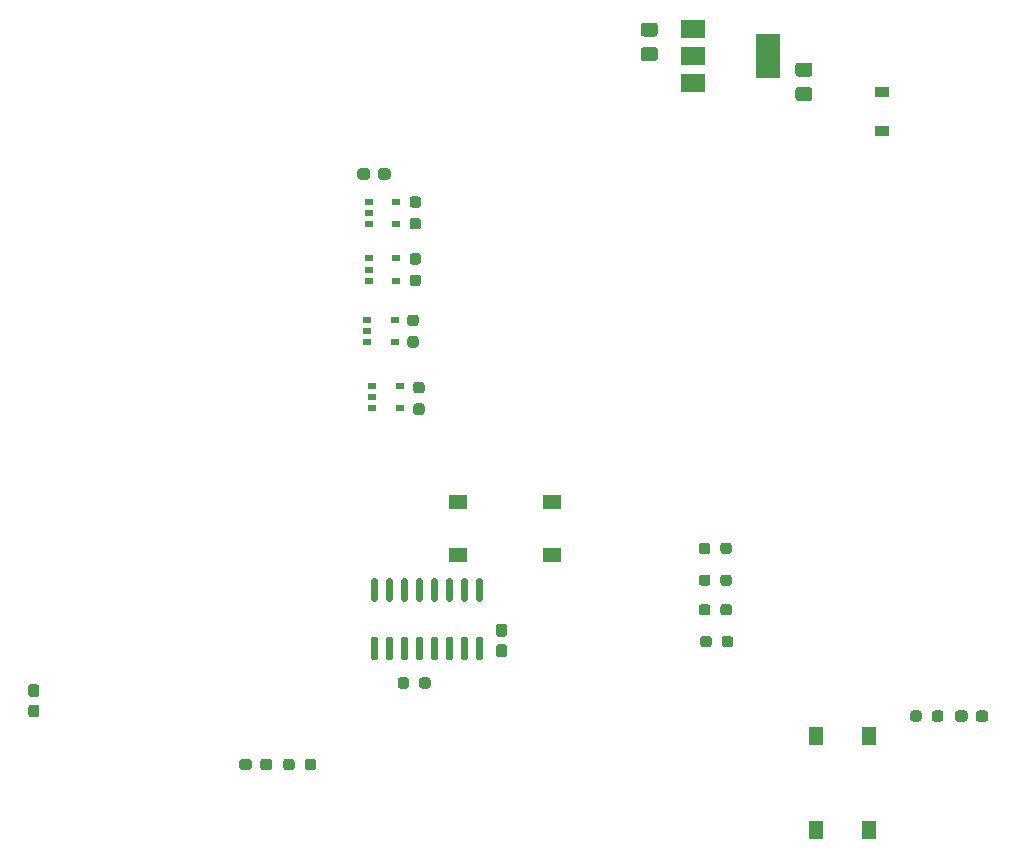
<source format=gbr>
G04 #@! TF.GenerationSoftware,KiCad,Pcbnew,(6.0.2)*
G04 #@! TF.CreationDate,2022-03-13T16:37:53-04:00*
G04 #@! TF.ProjectId,Receiver_Out,52656365-6976-4657-925f-4f75742e6b69,v1*
G04 #@! TF.SameCoordinates,Original*
G04 #@! TF.FileFunction,Paste,Top*
G04 #@! TF.FilePolarity,Positive*
%FSLAX46Y46*%
G04 Gerber Fmt 4.6, Leading zero omitted, Abs format (unit mm)*
G04 Created by KiCad (PCBNEW (6.0.2)) date 2022-03-13 16:37:53*
%MOMM*%
%LPD*%
G01*
G04 APERTURE LIST*
%ADD10R,1.200000X0.900000*%
%ADD11R,2.000000X1.500000*%
%ADD12R,2.000000X3.800000*%
%ADD13R,0.700000X0.510000*%
%ADD14R,1.300000X1.550000*%
%ADD15R,1.550000X1.300000*%
G04 APERTURE END LIST*
G36*
G01*
X111476000Y-89742800D02*
X110526000Y-89742800D01*
G75*
G02*
X110276000Y-89492800I0J250000D01*
G01*
X110276000Y-88817800D01*
G75*
G02*
X110526000Y-88567800I250000J0D01*
G01*
X111476000Y-88567800D01*
G75*
G02*
X111726000Y-88817800I0J-250000D01*
G01*
X111726000Y-89492800D01*
G75*
G02*
X111476000Y-89742800I-250000J0D01*
G01*
G37*
G36*
G01*
X111476000Y-87667800D02*
X110526000Y-87667800D01*
G75*
G02*
X110276000Y-87417800I0J250000D01*
G01*
X110276000Y-86742800D01*
G75*
G02*
X110526000Y-86492800I250000J0D01*
G01*
X111476000Y-86492800D01*
G75*
G02*
X111726000Y-86742800I0J-250000D01*
G01*
X111726000Y-87417800D01*
G75*
G02*
X111476000Y-87667800I-250000J0D01*
G01*
G37*
G36*
G01*
X98376000Y-86357800D02*
X97426000Y-86357800D01*
G75*
G02*
X97176000Y-86107800I0J250000D01*
G01*
X97176000Y-85432800D01*
G75*
G02*
X97426000Y-85182800I250000J0D01*
G01*
X98376000Y-85182800D01*
G75*
G02*
X98626000Y-85432800I0J-250000D01*
G01*
X98626000Y-86107800D01*
G75*
G02*
X98376000Y-86357800I-250000J0D01*
G01*
G37*
G36*
G01*
X98376000Y-84282800D02*
X97426000Y-84282800D01*
G75*
G02*
X97176000Y-84032800I0J250000D01*
G01*
X97176000Y-83357800D01*
G75*
G02*
X97426000Y-83107800I250000J0D01*
G01*
X98376000Y-83107800D01*
G75*
G02*
X98626000Y-83357800I0J-250000D01*
G01*
X98626000Y-84032800D01*
G75*
G02*
X98376000Y-84282800I-250000J0D01*
G01*
G37*
G36*
G01*
X120001000Y-142055300D02*
X120001000Y-141580300D01*
G75*
G02*
X120238500Y-141342800I237500J0D01*
G01*
X120738500Y-141342800D01*
G75*
G02*
X120976000Y-141580300I0J-237500D01*
G01*
X120976000Y-142055300D01*
G75*
G02*
X120738500Y-142292800I-237500J0D01*
G01*
X120238500Y-142292800D01*
G75*
G02*
X120001000Y-142055300I0J237500D01*
G01*
G37*
G36*
G01*
X121826000Y-142055300D02*
X121826000Y-141580300D01*
G75*
G02*
X122063500Y-141342800I237500J0D01*
G01*
X122563500Y-141342800D01*
G75*
G02*
X122801000Y-141580300I0J-237500D01*
G01*
X122801000Y-142055300D01*
G75*
G02*
X122563500Y-142292800I-237500J0D01*
G01*
X122063500Y-142292800D01*
G75*
G02*
X121826000Y-142055300I0J237500D01*
G01*
G37*
G36*
G01*
X123801000Y-142055300D02*
X123801000Y-141580300D01*
G75*
G02*
X124038500Y-141342800I237500J0D01*
G01*
X124613500Y-141342800D01*
G75*
G02*
X124851000Y-141580300I0J-237500D01*
G01*
X124851000Y-142055300D01*
G75*
G02*
X124613500Y-142292800I-237500J0D01*
G01*
X124038500Y-142292800D01*
G75*
G02*
X123801000Y-142055300I0J237500D01*
G01*
G37*
G36*
G01*
X125551000Y-142055300D02*
X125551000Y-141580300D01*
G75*
G02*
X125788500Y-141342800I237500J0D01*
G01*
X126363500Y-141342800D01*
G75*
G02*
X126601000Y-141580300I0J-237500D01*
G01*
X126601000Y-142055300D01*
G75*
G02*
X126363500Y-142292800I-237500J0D01*
G01*
X125788500Y-142292800D01*
G75*
G02*
X125551000Y-142055300I0J237500D01*
G01*
G37*
G36*
G01*
X102213500Y-135755300D02*
X102213500Y-135280300D01*
G75*
G02*
X102451000Y-135042800I237500J0D01*
G01*
X102951000Y-135042800D01*
G75*
G02*
X103188500Y-135280300I0J-237500D01*
G01*
X103188500Y-135755300D01*
G75*
G02*
X102951000Y-135992800I-237500J0D01*
G01*
X102451000Y-135992800D01*
G75*
G02*
X102213500Y-135755300I0J237500D01*
G01*
G37*
G36*
G01*
X104038500Y-135755300D02*
X104038500Y-135280300D01*
G75*
G02*
X104276000Y-135042800I237500J0D01*
G01*
X104776000Y-135042800D01*
G75*
G02*
X105013500Y-135280300I0J-237500D01*
G01*
X105013500Y-135755300D01*
G75*
G02*
X104776000Y-135992800I-237500J0D01*
G01*
X104276000Y-135992800D01*
G75*
G02*
X104038500Y-135755300I0J237500D01*
G01*
G37*
G36*
G01*
X102101000Y-133055300D02*
X102101000Y-132580300D01*
G75*
G02*
X102338500Y-132342800I237500J0D01*
G01*
X102838500Y-132342800D01*
G75*
G02*
X103076000Y-132580300I0J-237500D01*
G01*
X103076000Y-133055300D01*
G75*
G02*
X102838500Y-133292800I-237500J0D01*
G01*
X102338500Y-133292800D01*
G75*
G02*
X102101000Y-133055300I0J237500D01*
G01*
G37*
G36*
G01*
X103926000Y-133055300D02*
X103926000Y-132580300D01*
G75*
G02*
X104163500Y-132342800I237500J0D01*
G01*
X104663500Y-132342800D01*
G75*
G02*
X104901000Y-132580300I0J-237500D01*
G01*
X104901000Y-133055300D01*
G75*
G02*
X104663500Y-133292800I-237500J0D01*
G01*
X104163500Y-133292800D01*
G75*
G02*
X103926000Y-133055300I0J237500D01*
G01*
G37*
G36*
G01*
X102101000Y-130555300D02*
X102101000Y-130080300D01*
G75*
G02*
X102338500Y-129842800I237500J0D01*
G01*
X102838500Y-129842800D01*
G75*
G02*
X103076000Y-130080300I0J-237500D01*
G01*
X103076000Y-130555300D01*
G75*
G02*
X102838500Y-130792800I-237500J0D01*
G01*
X102338500Y-130792800D01*
G75*
G02*
X102101000Y-130555300I0J237500D01*
G01*
G37*
G36*
G01*
X103926000Y-130555300D02*
X103926000Y-130080300D01*
G75*
G02*
X104163500Y-129842800I237500J0D01*
G01*
X104663500Y-129842800D01*
G75*
G02*
X104901000Y-130080300I0J-237500D01*
G01*
X104901000Y-130555300D01*
G75*
G02*
X104663500Y-130792800I-237500J0D01*
G01*
X104163500Y-130792800D01*
G75*
G02*
X103926000Y-130555300I0J237500D01*
G01*
G37*
G36*
G01*
X102101000Y-127855300D02*
X102101000Y-127380300D01*
G75*
G02*
X102338500Y-127142800I237500J0D01*
G01*
X102838500Y-127142800D01*
G75*
G02*
X103076000Y-127380300I0J-237500D01*
G01*
X103076000Y-127855300D01*
G75*
G02*
X102838500Y-128092800I-237500J0D01*
G01*
X102338500Y-128092800D01*
G75*
G02*
X102101000Y-127855300I0J237500D01*
G01*
G37*
G36*
G01*
X103926000Y-127855300D02*
X103926000Y-127380300D01*
G75*
G02*
X104163500Y-127142800I237500J0D01*
G01*
X104663500Y-127142800D01*
G75*
G02*
X104901000Y-127380300I0J-237500D01*
G01*
X104901000Y-127855300D01*
G75*
G02*
X104663500Y-128092800I-237500J0D01*
G01*
X104163500Y-128092800D01*
G75*
G02*
X103926000Y-127855300I0J237500D01*
G01*
G37*
G36*
G01*
X83396000Y-130167800D02*
X83696000Y-130167800D01*
G75*
G02*
X83846000Y-130317800I0J-150000D01*
G01*
X83846000Y-131967800D01*
G75*
G02*
X83696000Y-132117800I-150000J0D01*
G01*
X83396000Y-132117800D01*
G75*
G02*
X83246000Y-131967800I0J150000D01*
G01*
X83246000Y-130317800D01*
G75*
G02*
X83396000Y-130167800I150000J0D01*
G01*
G37*
G36*
G01*
X82126000Y-130167800D02*
X82426000Y-130167800D01*
G75*
G02*
X82576000Y-130317800I0J-150000D01*
G01*
X82576000Y-131967800D01*
G75*
G02*
X82426000Y-132117800I-150000J0D01*
G01*
X82126000Y-132117800D01*
G75*
G02*
X81976000Y-131967800I0J150000D01*
G01*
X81976000Y-130317800D01*
G75*
G02*
X82126000Y-130167800I150000J0D01*
G01*
G37*
G36*
G01*
X80856000Y-130167800D02*
X81156000Y-130167800D01*
G75*
G02*
X81306000Y-130317800I0J-150000D01*
G01*
X81306000Y-131967800D01*
G75*
G02*
X81156000Y-132117800I-150000J0D01*
G01*
X80856000Y-132117800D01*
G75*
G02*
X80706000Y-131967800I0J150000D01*
G01*
X80706000Y-130317800D01*
G75*
G02*
X80856000Y-130167800I150000J0D01*
G01*
G37*
G36*
G01*
X79586000Y-130167800D02*
X79886000Y-130167800D01*
G75*
G02*
X80036000Y-130317800I0J-150000D01*
G01*
X80036000Y-131967800D01*
G75*
G02*
X79886000Y-132117800I-150000J0D01*
G01*
X79586000Y-132117800D01*
G75*
G02*
X79436000Y-131967800I0J150000D01*
G01*
X79436000Y-130317800D01*
G75*
G02*
X79586000Y-130167800I150000J0D01*
G01*
G37*
G36*
G01*
X78316000Y-130167800D02*
X78616000Y-130167800D01*
G75*
G02*
X78766000Y-130317800I0J-150000D01*
G01*
X78766000Y-131967800D01*
G75*
G02*
X78616000Y-132117800I-150000J0D01*
G01*
X78316000Y-132117800D01*
G75*
G02*
X78166000Y-131967800I0J150000D01*
G01*
X78166000Y-130317800D01*
G75*
G02*
X78316000Y-130167800I150000J0D01*
G01*
G37*
G36*
G01*
X77046000Y-130167800D02*
X77346000Y-130167800D01*
G75*
G02*
X77496000Y-130317800I0J-150000D01*
G01*
X77496000Y-131967800D01*
G75*
G02*
X77346000Y-132117800I-150000J0D01*
G01*
X77046000Y-132117800D01*
G75*
G02*
X76896000Y-131967800I0J150000D01*
G01*
X76896000Y-130317800D01*
G75*
G02*
X77046000Y-130167800I150000J0D01*
G01*
G37*
G36*
G01*
X75776000Y-130167800D02*
X76076000Y-130167800D01*
G75*
G02*
X76226000Y-130317800I0J-150000D01*
G01*
X76226000Y-131967800D01*
G75*
G02*
X76076000Y-132117800I-150000J0D01*
G01*
X75776000Y-132117800D01*
G75*
G02*
X75626000Y-131967800I0J150000D01*
G01*
X75626000Y-130317800D01*
G75*
G02*
X75776000Y-130167800I150000J0D01*
G01*
G37*
G36*
G01*
X74506000Y-130167800D02*
X74806000Y-130167800D01*
G75*
G02*
X74956000Y-130317800I0J-150000D01*
G01*
X74956000Y-131967800D01*
G75*
G02*
X74806000Y-132117800I-150000J0D01*
G01*
X74506000Y-132117800D01*
G75*
G02*
X74356000Y-131967800I0J150000D01*
G01*
X74356000Y-130317800D01*
G75*
G02*
X74506000Y-130167800I150000J0D01*
G01*
G37*
G36*
G01*
X74506000Y-135117800D02*
X74806000Y-135117800D01*
G75*
G02*
X74956000Y-135267800I0J-150000D01*
G01*
X74956000Y-136917800D01*
G75*
G02*
X74806000Y-137067800I-150000J0D01*
G01*
X74506000Y-137067800D01*
G75*
G02*
X74356000Y-136917800I0J150000D01*
G01*
X74356000Y-135267800D01*
G75*
G02*
X74506000Y-135117800I150000J0D01*
G01*
G37*
G36*
G01*
X75776000Y-135117800D02*
X76076000Y-135117800D01*
G75*
G02*
X76226000Y-135267800I0J-150000D01*
G01*
X76226000Y-136917800D01*
G75*
G02*
X76076000Y-137067800I-150000J0D01*
G01*
X75776000Y-137067800D01*
G75*
G02*
X75626000Y-136917800I0J150000D01*
G01*
X75626000Y-135267800D01*
G75*
G02*
X75776000Y-135117800I150000J0D01*
G01*
G37*
G36*
G01*
X77046000Y-135117800D02*
X77346000Y-135117800D01*
G75*
G02*
X77496000Y-135267800I0J-150000D01*
G01*
X77496000Y-136917800D01*
G75*
G02*
X77346000Y-137067800I-150000J0D01*
G01*
X77046000Y-137067800D01*
G75*
G02*
X76896000Y-136917800I0J150000D01*
G01*
X76896000Y-135267800D01*
G75*
G02*
X77046000Y-135117800I150000J0D01*
G01*
G37*
G36*
G01*
X78316000Y-135117800D02*
X78616000Y-135117800D01*
G75*
G02*
X78766000Y-135267800I0J-150000D01*
G01*
X78766000Y-136917800D01*
G75*
G02*
X78616000Y-137067800I-150000J0D01*
G01*
X78316000Y-137067800D01*
G75*
G02*
X78166000Y-136917800I0J150000D01*
G01*
X78166000Y-135267800D01*
G75*
G02*
X78316000Y-135117800I150000J0D01*
G01*
G37*
G36*
G01*
X79586000Y-135117800D02*
X79886000Y-135117800D01*
G75*
G02*
X80036000Y-135267800I0J-150000D01*
G01*
X80036000Y-136917800D01*
G75*
G02*
X79886000Y-137067800I-150000J0D01*
G01*
X79586000Y-137067800D01*
G75*
G02*
X79436000Y-136917800I0J150000D01*
G01*
X79436000Y-135267800D01*
G75*
G02*
X79586000Y-135117800I150000J0D01*
G01*
G37*
G36*
G01*
X80856000Y-135117800D02*
X81156000Y-135117800D01*
G75*
G02*
X81306000Y-135267800I0J-150000D01*
G01*
X81306000Y-136917800D01*
G75*
G02*
X81156000Y-137067800I-150000J0D01*
G01*
X80856000Y-137067800D01*
G75*
G02*
X80706000Y-136917800I0J150000D01*
G01*
X80706000Y-135267800D01*
G75*
G02*
X80856000Y-135117800I150000J0D01*
G01*
G37*
G36*
G01*
X82126000Y-135117800D02*
X82426000Y-135117800D01*
G75*
G02*
X82576000Y-135267800I0J-150000D01*
G01*
X82576000Y-136917800D01*
G75*
G02*
X82426000Y-137067800I-150000J0D01*
G01*
X82126000Y-137067800D01*
G75*
G02*
X81976000Y-136917800I0J150000D01*
G01*
X81976000Y-135267800D01*
G75*
G02*
X82126000Y-135117800I150000J0D01*
G01*
G37*
G36*
G01*
X83396000Y-135117800D02*
X83696000Y-135117800D01*
G75*
G02*
X83846000Y-135267800I0J-150000D01*
G01*
X83846000Y-136917800D01*
G75*
G02*
X83696000Y-137067800I-150000J0D01*
G01*
X83396000Y-137067800D01*
G75*
G02*
X83246000Y-136917800I0J150000D01*
G01*
X83246000Y-135267800D01*
G75*
G02*
X83396000Y-135117800I150000J0D01*
G01*
G37*
G36*
G01*
X76001000Y-95680300D02*
X76001000Y-96155300D01*
G75*
G02*
X75763500Y-96392800I-237500J0D01*
G01*
X75163500Y-96392800D01*
G75*
G02*
X74926000Y-96155300I0J237500D01*
G01*
X74926000Y-95680300D01*
G75*
G02*
X75163500Y-95442800I237500J0D01*
G01*
X75763500Y-95442800D01*
G75*
G02*
X76001000Y-95680300I0J-237500D01*
G01*
G37*
G36*
G01*
X74276000Y-95680300D02*
X74276000Y-96155300D01*
G75*
G02*
X74038500Y-96392800I-237500J0D01*
G01*
X73438500Y-96392800D01*
G75*
G02*
X73201000Y-96155300I0J237500D01*
G01*
X73201000Y-95680300D01*
G75*
G02*
X73438500Y-95442800I237500J0D01*
G01*
X74038500Y-95442800D01*
G75*
G02*
X74276000Y-95680300I0J-237500D01*
G01*
G37*
D10*
X117601000Y-88967800D03*
X117601000Y-92267800D03*
G36*
G01*
X78163500Y-113517800D02*
X78638500Y-113517800D01*
G75*
G02*
X78876000Y-113755300I0J-237500D01*
G01*
X78876000Y-114255300D01*
G75*
G02*
X78638500Y-114492800I-237500J0D01*
G01*
X78163500Y-114492800D01*
G75*
G02*
X77926000Y-114255300I0J237500D01*
G01*
X77926000Y-113755300D01*
G75*
G02*
X78163500Y-113517800I237500J0D01*
G01*
G37*
G36*
G01*
X78163500Y-115342800D02*
X78638500Y-115342800D01*
G75*
G02*
X78876000Y-115580300I0J-237500D01*
G01*
X78876000Y-116080300D01*
G75*
G02*
X78638500Y-116317800I-237500J0D01*
G01*
X78163500Y-116317800D01*
G75*
G02*
X77926000Y-116080300I0J237500D01*
G01*
X77926000Y-115580300D01*
G75*
G02*
X78163500Y-115342800I237500J0D01*
G01*
G37*
G36*
G01*
X77863500Y-102617800D02*
X78338500Y-102617800D01*
G75*
G02*
X78576000Y-102855300I0J-237500D01*
G01*
X78576000Y-103355300D01*
G75*
G02*
X78338500Y-103592800I-237500J0D01*
G01*
X77863500Y-103592800D01*
G75*
G02*
X77626000Y-103355300I0J237500D01*
G01*
X77626000Y-102855300D01*
G75*
G02*
X77863500Y-102617800I237500J0D01*
G01*
G37*
G36*
G01*
X77863500Y-104442800D02*
X78338500Y-104442800D01*
G75*
G02*
X78576000Y-104680300I0J-237500D01*
G01*
X78576000Y-105180300D01*
G75*
G02*
X78338500Y-105417800I-237500J0D01*
G01*
X77863500Y-105417800D01*
G75*
G02*
X77626000Y-105180300I0J237500D01*
G01*
X77626000Y-104680300D01*
G75*
G02*
X77863500Y-104442800I237500J0D01*
G01*
G37*
G36*
G01*
X77863500Y-97817800D02*
X78338500Y-97817800D01*
G75*
G02*
X78576000Y-98055300I0J-237500D01*
G01*
X78576000Y-98555300D01*
G75*
G02*
X78338500Y-98792800I-237500J0D01*
G01*
X77863500Y-98792800D01*
G75*
G02*
X77626000Y-98555300I0J237500D01*
G01*
X77626000Y-98055300D01*
G75*
G02*
X77863500Y-97817800I237500J0D01*
G01*
G37*
G36*
G01*
X77863500Y-99642800D02*
X78338500Y-99642800D01*
G75*
G02*
X78576000Y-99880300I0J-237500D01*
G01*
X78576000Y-100380300D01*
G75*
G02*
X78338500Y-100617800I-237500J0D01*
G01*
X77863500Y-100617800D01*
G75*
G02*
X77626000Y-100380300I0J237500D01*
G01*
X77626000Y-99880300D01*
G75*
G02*
X77863500Y-99642800I237500J0D01*
G01*
G37*
D11*
X101651000Y-83632800D03*
D12*
X107951000Y-85932800D03*
D11*
X101651000Y-85932800D03*
X101651000Y-88232800D03*
D13*
X74441000Y-113867800D03*
X74441000Y-114817800D03*
X74441000Y-115767800D03*
X76761000Y-115767800D03*
X76761000Y-113867800D03*
G36*
G01*
X85638500Y-136817800D02*
X85163500Y-136817800D01*
G75*
G02*
X84926000Y-136580300I0J237500D01*
G01*
X84926000Y-135980300D01*
G75*
G02*
X85163500Y-135742800I237500J0D01*
G01*
X85638500Y-135742800D01*
G75*
G02*
X85876000Y-135980300I0J-237500D01*
G01*
X85876000Y-136580300D01*
G75*
G02*
X85638500Y-136817800I-237500J0D01*
G01*
G37*
G36*
G01*
X85638500Y-135092800D02*
X85163500Y-135092800D01*
G75*
G02*
X84926000Y-134855300I0J237500D01*
G01*
X84926000Y-134255300D01*
G75*
G02*
X85163500Y-134017800I237500J0D01*
G01*
X85638500Y-134017800D01*
G75*
G02*
X85876000Y-134255300I0J-237500D01*
G01*
X85876000Y-134855300D01*
G75*
G02*
X85638500Y-135092800I-237500J0D01*
G01*
G37*
G36*
G01*
X77663500Y-107817800D02*
X78138500Y-107817800D01*
G75*
G02*
X78376000Y-108055300I0J-237500D01*
G01*
X78376000Y-108555300D01*
G75*
G02*
X78138500Y-108792800I-237500J0D01*
G01*
X77663500Y-108792800D01*
G75*
G02*
X77426000Y-108555300I0J237500D01*
G01*
X77426000Y-108055300D01*
G75*
G02*
X77663500Y-107817800I237500J0D01*
G01*
G37*
G36*
G01*
X77663500Y-109642800D02*
X78138500Y-109642800D01*
G75*
G02*
X78376000Y-109880300I0J-237500D01*
G01*
X78376000Y-110380300D01*
G75*
G02*
X78138500Y-110617800I-237500J0D01*
G01*
X77663500Y-110617800D01*
G75*
G02*
X77426000Y-110380300I0J237500D01*
G01*
X77426000Y-109880300D01*
G75*
G02*
X77663500Y-109642800I237500J0D01*
G01*
G37*
G36*
G01*
X76601000Y-139255300D02*
X76601000Y-138780300D01*
G75*
G02*
X76838500Y-138542800I237500J0D01*
G01*
X77338500Y-138542800D01*
G75*
G02*
X77576000Y-138780300I0J-237500D01*
G01*
X77576000Y-139255300D01*
G75*
G02*
X77338500Y-139492800I-237500J0D01*
G01*
X76838500Y-139492800D01*
G75*
G02*
X76601000Y-139255300I0J237500D01*
G01*
G37*
G36*
G01*
X78426000Y-139255300D02*
X78426000Y-138780300D01*
G75*
G02*
X78663500Y-138542800I237500J0D01*
G01*
X79163500Y-138542800D01*
G75*
G02*
X79401000Y-138780300I0J-237500D01*
G01*
X79401000Y-139255300D01*
G75*
G02*
X79163500Y-139492800I-237500J0D01*
G01*
X78663500Y-139492800D01*
G75*
G02*
X78426000Y-139255300I0J237500D01*
G01*
G37*
D14*
X112051000Y-143542800D03*
X112051000Y-151492800D03*
X116551000Y-151492800D03*
X116551000Y-143542800D03*
D15*
X89676000Y-123667800D03*
X81726000Y-123667800D03*
X81726000Y-128167800D03*
X89676000Y-128167800D03*
D13*
X74041000Y-108267800D03*
X74041000Y-109217800D03*
X74041000Y-110167800D03*
X76361000Y-110167800D03*
X76361000Y-108267800D03*
G36*
G01*
X66001000Y-145680300D02*
X66001000Y-146155300D01*
G75*
G02*
X65763500Y-146392800I-237500J0D01*
G01*
X65188500Y-146392800D01*
G75*
G02*
X64951000Y-146155300I0J237500D01*
G01*
X64951000Y-145680300D01*
G75*
G02*
X65188500Y-145442800I237500J0D01*
G01*
X65763500Y-145442800D01*
G75*
G02*
X66001000Y-145680300I0J-237500D01*
G01*
G37*
G36*
G01*
X64251000Y-145680300D02*
X64251000Y-146155300D01*
G75*
G02*
X64013500Y-146392800I-237500J0D01*
G01*
X63438500Y-146392800D01*
G75*
G02*
X63201000Y-146155300I0J237500D01*
G01*
X63201000Y-145680300D01*
G75*
G02*
X63438500Y-145442800I237500J0D01*
G01*
X64013500Y-145442800D01*
G75*
G02*
X64251000Y-145680300I0J-237500D01*
G01*
G37*
G36*
G01*
X66901000Y-146155300D02*
X66901000Y-145680300D01*
G75*
G02*
X67138500Y-145442800I237500J0D01*
G01*
X67638500Y-145442800D01*
G75*
G02*
X67876000Y-145680300I0J-237500D01*
G01*
X67876000Y-146155300D01*
G75*
G02*
X67638500Y-146392800I-237500J0D01*
G01*
X67138500Y-146392800D01*
G75*
G02*
X66901000Y-146155300I0J237500D01*
G01*
G37*
G36*
G01*
X68726000Y-146155300D02*
X68726000Y-145680300D01*
G75*
G02*
X68963500Y-145442800I237500J0D01*
G01*
X69463500Y-145442800D01*
G75*
G02*
X69701000Y-145680300I0J-237500D01*
G01*
X69701000Y-146155300D01*
G75*
G02*
X69463500Y-146392800I-237500J0D01*
G01*
X68963500Y-146392800D01*
G75*
G02*
X68726000Y-146155300I0J237500D01*
G01*
G37*
X74141000Y-98267800D03*
X74141000Y-99217800D03*
X74141000Y-100167800D03*
X76461000Y-100167800D03*
X76461000Y-98267800D03*
G36*
G01*
X45563500Y-139117800D02*
X46038500Y-139117800D01*
G75*
G02*
X46276000Y-139355300I0J-237500D01*
G01*
X46276000Y-139955300D01*
G75*
G02*
X46038500Y-140192800I-237500J0D01*
G01*
X45563500Y-140192800D01*
G75*
G02*
X45326000Y-139955300I0J237500D01*
G01*
X45326000Y-139355300D01*
G75*
G02*
X45563500Y-139117800I237500J0D01*
G01*
G37*
G36*
G01*
X45563500Y-140842800D02*
X46038500Y-140842800D01*
G75*
G02*
X46276000Y-141080300I0J-237500D01*
G01*
X46276000Y-141680300D01*
G75*
G02*
X46038500Y-141917800I-237500J0D01*
G01*
X45563500Y-141917800D01*
G75*
G02*
X45326000Y-141680300I0J237500D01*
G01*
X45326000Y-141080300D01*
G75*
G02*
X45563500Y-140842800I237500J0D01*
G01*
G37*
X74141000Y-103067800D03*
X74141000Y-104017800D03*
X74141000Y-104967800D03*
X76461000Y-104967800D03*
X76461000Y-103067800D03*
M02*

</source>
